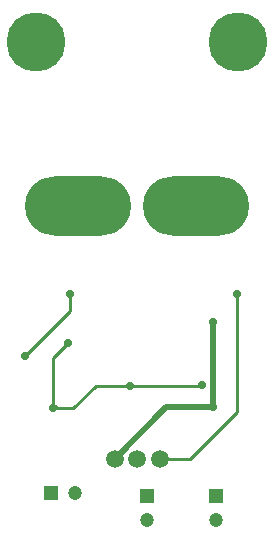
<source format=gbr>
G04 DipTrace 3.2.0.1*
G04 Top.gbr*
%MOIN*%
G04 #@! TF.FileFunction,Copper,L1,Top*
G04 #@! TF.Part,Single*
G04 #@! TA.AperFunction,Conductor*
%ADD13C,0.02*%
%ADD14C,0.01*%
G04 #@! TA.AperFunction,ComponentPad*
%ADD21R,0.047244X0.047244*%
%ADD22C,0.047244*%
%ADD27C,0.059055*%
%ADD28O,0.354331X0.19685*%
%ADD29C,0.19685*%
G04 #@! TA.AperFunction,ViaPad*
%ADD30C,0.027559*%
%FSLAX26Y26*%
G04*
G70*
G90*
G75*
G01*
G04 Top*
%LPD*%
X1303315Y1131270D2*
D13*
Y846814D1*
X1146845D1*
X975012Y674980D1*
X1025017Y918756D2*
D14*
X912505D1*
X837497Y843748D1*
X781417D1*
X775079Y850087D1*
X768740Y843748D1*
X818745Y1062521D2*
X768740Y1012516D1*
Y843748D1*
X1025017Y918756D2*
X1262745D1*
X1265811Y921822D1*
X1125406Y674980D2*
X1225038D1*
X1381304Y831247D1*
Y1225038D1*
X824996D2*
Y1168782D1*
X674980Y1018766D1*
D30*
X1303315Y1131270D3*
Y846814D3*
X1025017Y918756D3*
X768740Y843748D3*
X818745Y1062521D3*
X1265811Y921822D3*
X1025017Y918756D3*
X1381304Y1225038D3*
X824996D3*
X674980Y1018766D3*
D21*
X1313848Y549581D3*
D22*
Y470841D3*
D21*
X762490Y562469D3*
D22*
X841230D3*
D27*
X975012Y674980D3*
X1050209D3*
X1125406D3*
D28*
X1247059Y1517500D3*
X853358D3*
D29*
X713109Y2062686D3*
X1386993Y2062703D3*
D21*
X1082573Y549581D3*
D22*
Y470841D3*
M02*

</source>
